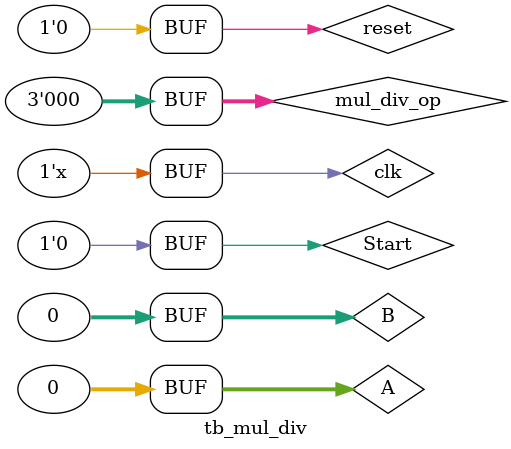
<source format=v>
`timescale 1ns / 1ps


module tb_mul_div;

	// Inputs
	reg clk;
	reg reset;
	reg [31:0] A;
	reg [31:0] B;
	reg [2:0] mul_div_op;
	reg Start;

	// Outputs
	wire Busy;
	wire [31:0] Hi;
	wire [31:0] Lo;

	// Instantiate the Unit Under Test (UUT)
	mul_div uut (
		.clk(clk), 
		.reset(reset), 
		.A(A), 
		.B(B), 
		.mul_div_op(mul_div_op), 
		.Start(Start), 
		.Busy(Busy), 
		.Hi(Hi), 
		.Lo(Lo)
	);

	initial begin
		// Initialize Inputs
		clk = 0;
		reset = 0;
		A = 0;
		B = 0;
		mul_div_op = 0;
		Start = 0;

		// Wait 100 ns for global reset to finish
		#35;
		Start = 1;
		A = 17;
		B = 21;
		mul_div_op = 2;
		#10;
		Start = 0;
		A = 0;
		B = 0;
		mul_div_op = 0;
        
		// Add stimulus here

	end
	
	always #5 clk = ~clk;
      
endmodule


</source>
